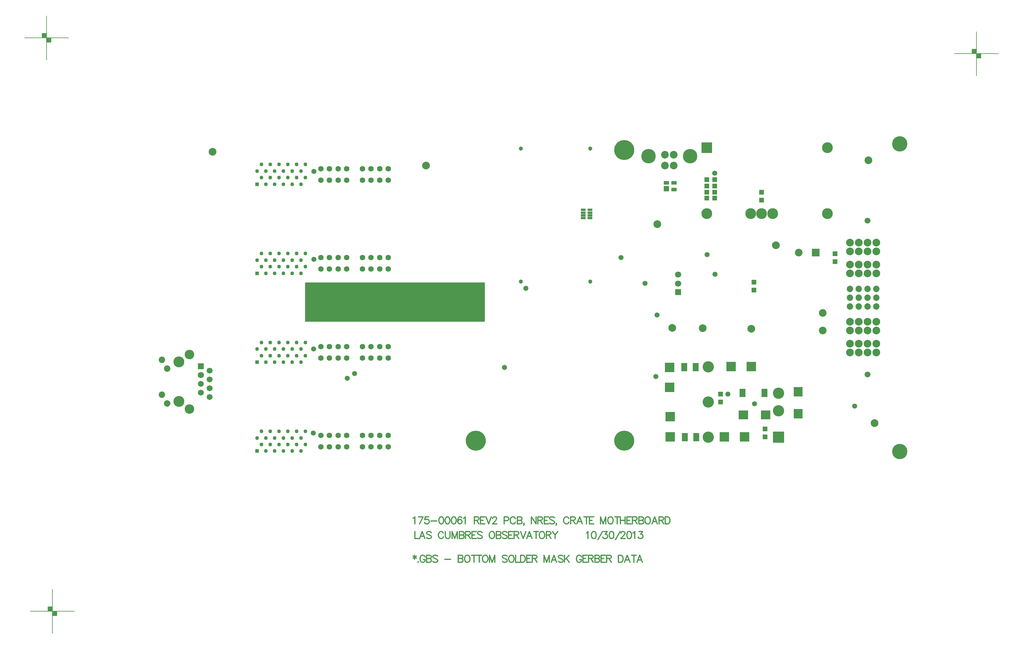
<source format=gbs>
%FSLAX23Y23*%
%MOIN*%
G70*
G01*
G75*
G04 Layer_Color=16711935*
%ADD10R,0.050X0.050*%
%ADD11R,0.100X0.100*%
%ADD12R,0.039X0.059*%
%ADD13O,0.079X0.024*%
%ADD14R,0.036X0.036*%
%ADD15O,0.014X0.067*%
%ADD16R,0.050X0.050*%
%ADD17R,0.025X0.100*%
%ADD18R,0.057X0.012*%
%ADD19R,0.025X0.185*%
%ADD20C,0.050*%
%ADD21C,0.025*%
%ADD22C,0.010*%
%ADD23C,0.006*%
%ADD24C,0.012*%
%ADD25C,0.008*%
%ADD26C,0.012*%
%ADD27C,0.012*%
%ADD28C,0.166*%
%ADD29C,0.080*%
%ADD30R,0.063X0.063*%
%ADD31C,0.063*%
%ADD32C,0.120*%
%ADD33R,0.120X0.120*%
%ADD34C,0.079*%
%ADD35R,0.079X0.079*%
%ADD36R,0.115X0.115*%
%ADD37C,0.115*%
%ADD38C,0.059*%
%ADD39C,0.065*%
%ADD40C,0.100*%
%ADD41C,0.116*%
%ADD42C,0.059*%
%ADD43R,0.059X0.059*%
%ADD44C,0.039*%
%ADD45C,0.220*%
%ADD46C,0.157*%
%ADD47C,0.070*%
%ADD48C,0.050*%
%ADD49C,0.020*%
%ADD50C,0.040*%
%ADD51C,0.206*%
%ADD52C,0.092*%
%ADD53C,0.079*%
%ADD54C,0.118*%
G04:AMPARAMS|DCode=55|XSize=138mil|YSize=138mil|CornerRadius=0mil|HoleSize=0mil|Usage=FLASHONLY|Rotation=0.000|XOffset=0mil|YOffset=0mil|HoleType=Round|Shape=Relief|Width=10mil|Gap=10mil|Entries=4|*
%AMTHD55*
7,0,0,0.138,0.118,0.010,45*
%
%ADD55THD55*%
G04:AMPARAMS|DCode=56|XSize=107.244mil|YSize=107.244mil|CornerRadius=0mil|HoleSize=0mil|Usage=FLASHONLY|Rotation=0.000|XOffset=0mil|YOffset=0mil|HoleType=Round|Shape=Relief|Width=10mil|Gap=10mil|Entries=4|*
%AMTHD56*
7,0,0,0.107,0.087,0.010,45*
%
%ADD56THD56*%
%ADD57C,0.087*%
%ADD58C,0.190*%
G04:AMPARAMS|DCode=59|XSize=112mil|YSize=112mil|CornerRadius=0mil|HoleSize=0mil|Usage=FLASHONLY|Rotation=0.000|XOffset=0mil|YOffset=0mil|HoleType=Round|Shape=Relief|Width=10mil|Gap=10mil|Entries=4|*
%AMTHD59*
7,0,0,0.112,0.092,0.010,45*
%
%ADD59THD59*%
G04:AMPARAMS|DCode=60|XSize=100mil|YSize=100mil|CornerRadius=0mil|HoleSize=0mil|Usage=FLASHONLY|Rotation=0.000|XOffset=0mil|YOffset=0mil|HoleType=Round|Shape=Relief|Width=10mil|Gap=10mil|Entries=4|*
%AMTHD60*
7,0,0,0.100,0.080,0.010,45*
%
%ADD60THD60*%
G04:AMPARAMS|DCode=61|XSize=123mil|YSize=123mil|CornerRadius=0mil|HoleSize=0mil|Usage=FLASHONLY|Rotation=0.000|XOffset=0mil|YOffset=0mil|HoleType=Round|Shape=Relief|Width=10mil|Gap=10mil|Entries=4|*
%AMTHD61*
7,0,0,0.123,0.103,0.010,45*
%
%ADD61THD61*%
%ADD62C,0.168*%
%ADD63C,0.075*%
%ADD64C,0.080*%
%ADD65C,0.076*%
G04:AMPARAMS|DCode=66|XSize=96.221mil|YSize=96.221mil|CornerRadius=0mil|HoleSize=0mil|Usage=FLASHONLY|Rotation=0.000|XOffset=0mil|YOffset=0mil|HoleType=Round|Shape=Relief|Width=10mil|Gap=10mil|Entries=4|*
%AMTHD66*
7,0,0,0.096,0.076,0.010,45*
%
%ADD66THD66*%
G04:AMPARAMS|DCode=67|XSize=150.551mil|YSize=150.551mil|CornerRadius=0mil|HoleSize=0mil|Usage=FLASHONLY|Rotation=0.000|XOffset=0mil|YOffset=0mil|HoleType=Round|Shape=Relief|Width=10mil|Gap=10mil|Entries=4|*
%AMTHD67*
7,0,0,0.151,0.131,0.010,45*
%
%ADD67THD67*%
G04:AMPARAMS|DCode=68|XSize=91mil|YSize=91mil|CornerRadius=0mil|HoleSize=0mil|Usage=FLASHONLY|Rotation=0.000|XOffset=0mil|YOffset=0mil|HoleType=Round|Shape=Relief|Width=10mil|Gap=10mil|Entries=4|*
%AMTHD68*
7,0,0,0.091,0.071,0.010,45*
%
%ADD68THD68*%
%ADD69C,0.071*%
%ADD70C,0.068*%
G04:AMPARAMS|DCode=71|XSize=70mil|YSize=70mil|CornerRadius=0mil|HoleSize=0mil|Usage=FLASHONLY|Rotation=0.000|XOffset=0mil|YOffset=0mil|HoleType=Round|Shape=Relief|Width=10mil|Gap=10mil|Entries=4|*
%AMTHD71*
7,0,0,0.070,0.050,0.010,45*
%
%ADD71THD71*%
G04:AMPARAMS|DCode=72|XSize=88mil|YSize=88mil|CornerRadius=0mil|HoleSize=0mil|Usage=FLASHONLY|Rotation=0.000|XOffset=0mil|YOffset=0mil|HoleType=Round|Shape=Relief|Width=10mil|Gap=10mil|Entries=4|*
%AMTHD72*
7,0,0,0.088,0.068,0.010,45*
%
%ADD72THD72*%
%ADD73C,0.020*%
%ADD74C,0.103*%
%ADD75C,0.131*%
%ADD76C,0.005*%
%ADD77R,0.060X0.086*%
%ADD78R,0.100X0.100*%
%ADD79R,0.102X0.094*%
%ADD80R,0.059X0.087*%
%ADD81R,0.094X0.102*%
%ADD82R,0.045X0.017*%
%ADD83R,0.053X0.053*%
%ADD84R,0.053X0.035*%
%ADD85C,0.010*%
%ADD86C,0.010*%
%ADD87C,0.024*%
%ADD88C,0.007*%
%ADD89C,0.008*%
%ADD90C,0.007*%
%ADD91C,0.015*%
%ADD92R,0.194X0.245*%
%ADD93R,0.058X0.058*%
%ADD94R,0.108X0.108*%
%ADD95R,0.047X0.067*%
%ADD96O,0.087X0.032*%
%ADD97R,0.044X0.044*%
%ADD98O,0.022X0.075*%
%ADD99R,0.058X0.058*%
%ADD100R,0.033X0.108*%
%ADD101R,0.061X0.016*%
%ADD102R,0.033X0.193*%
%ADD103C,0.174*%
%ADD104C,0.088*%
%ADD105R,0.071X0.071*%
%ADD106C,0.071*%
%ADD107C,0.128*%
%ADD108R,0.128X0.128*%
%ADD109C,0.087*%
%ADD110R,0.087X0.087*%
%ADD111R,0.123X0.123*%
%ADD112C,0.123*%
%ADD113C,0.067*%
%ADD114C,0.073*%
%ADD115C,0.108*%
%ADD116C,0.124*%
%ADD117C,0.067*%
%ADD118R,0.067X0.067*%
%ADD119C,0.047*%
%ADD120C,0.228*%
%ADD121C,0.165*%
%ADD122C,0.063*%
%ADD123C,0.043*%
%ADD124R,0.043X0.043*%
%ADD125C,0.058*%
%ADD126R,2.050X0.450*%
%ADD127R,0.068X0.094*%
%ADD128R,0.108X0.108*%
%ADD129R,0.110X0.102*%
%ADD130R,0.067X0.095*%
%ADD131R,0.102X0.110*%
%ADD132R,0.053X0.025*%
%ADD133R,0.061X0.061*%
%ADD134R,0.061X0.043*%
D24*
X13410Y9183D02*
Y9137D01*
X13391Y9172D02*
X13429Y9149D01*
Y9172D02*
X13391Y9149D01*
X13449Y9111D02*
X13445Y9107D01*
X13449Y9103D01*
X13453Y9107D01*
X13449Y9111D01*
X13528Y9164D02*
X13524Y9172D01*
X13516Y9179D01*
X13509Y9183D01*
X13493D01*
X13486Y9179D01*
X13478Y9172D01*
X13474Y9164D01*
X13471Y9153D01*
Y9133D01*
X13474Y9122D01*
X13478Y9114D01*
X13486Y9107D01*
X13493Y9103D01*
X13509D01*
X13516Y9107D01*
X13524Y9114D01*
X13528Y9122D01*
Y9133D01*
X13509D02*
X13528D01*
X13546Y9183D02*
Y9103D01*
Y9183D02*
X13580D01*
X13592Y9179D01*
X13596Y9175D01*
X13599Y9168D01*
Y9160D01*
X13596Y9153D01*
X13592Y9149D01*
X13580Y9145D01*
X13546D02*
X13580D01*
X13592Y9141D01*
X13596Y9137D01*
X13599Y9130D01*
Y9118D01*
X13596Y9111D01*
X13592Y9107D01*
X13580Y9103D01*
X13546D01*
X13671Y9172D02*
X13663Y9179D01*
X13652Y9183D01*
X13636D01*
X13625Y9179D01*
X13617Y9172D01*
Y9164D01*
X13621Y9156D01*
X13625Y9153D01*
X13632Y9149D01*
X13655Y9141D01*
X13663Y9137D01*
X13667Y9133D01*
X13671Y9126D01*
Y9114D01*
X13663Y9107D01*
X13652Y9103D01*
X13636D01*
X13625Y9107D01*
X13617Y9114D01*
X13751Y9137D02*
X13820D01*
X13906Y9183D02*
Y9103D01*
Y9183D02*
X13941D01*
X13952Y9179D01*
X13956Y9175D01*
X13960Y9168D01*
Y9160D01*
X13956Y9153D01*
X13952Y9149D01*
X13941Y9145D01*
X13906D02*
X13941D01*
X13952Y9141D01*
X13956Y9137D01*
X13960Y9130D01*
Y9118D01*
X13956Y9111D01*
X13952Y9107D01*
X13941Y9103D01*
X13906D01*
X14000Y9183D02*
X13993Y9179D01*
X13985Y9172D01*
X13981Y9164D01*
X13978Y9153D01*
Y9133D01*
X13981Y9122D01*
X13985Y9114D01*
X13993Y9107D01*
X14000Y9103D01*
X14016D01*
X14023Y9107D01*
X14031Y9114D01*
X14035Y9122D01*
X14038Y9133D01*
Y9153D01*
X14035Y9164D01*
X14031Y9172D01*
X14023Y9179D01*
X14016Y9183D01*
X14000D01*
X14084D02*
Y9103D01*
X14057Y9183D02*
X14110D01*
X14147D02*
Y9103D01*
X14120Y9183D02*
X14173D01*
X14206D02*
X14198Y9179D01*
X14190Y9172D01*
X14187Y9164D01*
X14183Y9153D01*
Y9133D01*
X14187Y9122D01*
X14190Y9114D01*
X14198Y9107D01*
X14206Y9103D01*
X14221D01*
X14229Y9107D01*
X14236Y9114D01*
X14240Y9122D01*
X14244Y9133D01*
Y9153D01*
X14240Y9164D01*
X14236Y9172D01*
X14229Y9179D01*
X14221Y9183D01*
X14206D01*
X14262D02*
Y9103D01*
Y9183D02*
X14293Y9103D01*
X14323Y9183D02*
X14293Y9103D01*
X14323Y9183D02*
Y9103D01*
X14462Y9172D02*
X14455Y9179D01*
X14443Y9183D01*
X14428D01*
X14417Y9179D01*
X14409Y9172D01*
Y9164D01*
X14413Y9156D01*
X14417Y9153D01*
X14424Y9149D01*
X14447Y9141D01*
X14455Y9137D01*
X14459Y9133D01*
X14462Y9126D01*
Y9114D01*
X14455Y9107D01*
X14443Y9103D01*
X14428D01*
X14417Y9107D01*
X14409Y9114D01*
X14503Y9183D02*
X14496Y9179D01*
X14488Y9172D01*
X14484Y9164D01*
X14480Y9153D01*
Y9133D01*
X14484Y9122D01*
X14488Y9114D01*
X14496Y9107D01*
X14503Y9103D01*
X14518D01*
X14526Y9107D01*
X14534Y9114D01*
X14537Y9122D01*
X14541Y9133D01*
Y9153D01*
X14537Y9164D01*
X14534Y9172D01*
X14526Y9179D01*
X14518Y9183D01*
X14503D01*
X14560D02*
Y9103D01*
X14606D01*
X14614Y9183D02*
Y9103D01*
Y9183D02*
X14641D01*
X14652Y9179D01*
X14660Y9172D01*
X14664Y9164D01*
X14668Y9153D01*
Y9133D01*
X14664Y9122D01*
X14660Y9114D01*
X14652Y9107D01*
X14641Y9103D01*
X14614D01*
X14735Y9183D02*
X14686D01*
Y9103D01*
X14735D01*
X14686Y9145D02*
X14716D01*
X14748Y9183D02*
Y9103D01*
Y9183D02*
X14783D01*
X14794Y9179D01*
X14798Y9175D01*
X14802Y9168D01*
Y9160D01*
X14798Y9153D01*
X14794Y9149D01*
X14783Y9145D01*
X14748D01*
X14775D02*
X14802Y9103D01*
X14882Y9183D02*
Y9103D01*
Y9183D02*
X14913Y9103D01*
X14943Y9183D02*
X14913Y9103D01*
X14943Y9183D02*
Y9103D01*
X15027D02*
X14997Y9183D01*
X14966Y9103D01*
X14978Y9130D02*
X15016D01*
X15099Y9172D02*
X15092Y9179D01*
X15080Y9183D01*
X15065D01*
X15054Y9179D01*
X15046Y9172D01*
Y9164D01*
X15050Y9156D01*
X15054Y9153D01*
X15061Y9149D01*
X15084Y9141D01*
X15092Y9137D01*
X15095Y9133D01*
X15099Y9126D01*
Y9114D01*
X15092Y9107D01*
X15080Y9103D01*
X15065D01*
X15054Y9107D01*
X15046Y9114D01*
X15117Y9183D02*
Y9103D01*
X15170Y9183D02*
X15117Y9130D01*
X15136Y9149D02*
X15170Y9103D01*
X15308Y9164D02*
X15304Y9172D01*
X15297Y9179D01*
X15289Y9183D01*
X15274D01*
X15266Y9179D01*
X15259Y9172D01*
X15255Y9164D01*
X15251Y9153D01*
Y9133D01*
X15255Y9122D01*
X15259Y9114D01*
X15266Y9107D01*
X15274Y9103D01*
X15289D01*
X15297Y9107D01*
X15304Y9114D01*
X15308Y9122D01*
Y9133D01*
X15289D02*
X15308D01*
X15376Y9183D02*
X15327D01*
Y9103D01*
X15376D01*
X15327Y9145D02*
X15357D01*
X15389Y9183D02*
Y9103D01*
Y9183D02*
X15424D01*
X15435Y9179D01*
X15439Y9175D01*
X15443Y9168D01*
Y9160D01*
X15439Y9153D01*
X15435Y9149D01*
X15424Y9145D01*
X15389D01*
X15416D02*
X15443Y9103D01*
X15461Y9183D02*
Y9103D01*
Y9183D02*
X15495D01*
X15506Y9179D01*
X15510Y9175D01*
X15514Y9168D01*
Y9160D01*
X15510Y9153D01*
X15506Y9149D01*
X15495Y9145D01*
X15461D02*
X15495D01*
X15506Y9141D01*
X15510Y9137D01*
X15514Y9130D01*
Y9118D01*
X15510Y9111D01*
X15506Y9107D01*
X15495Y9103D01*
X15461D01*
X15581Y9183D02*
X15532D01*
Y9103D01*
X15581D01*
X15532Y9145D02*
X15562D01*
X15595Y9183D02*
Y9103D01*
Y9183D02*
X15629D01*
X15640Y9179D01*
X15644Y9175D01*
X15648Y9168D01*
Y9160D01*
X15644Y9153D01*
X15640Y9149D01*
X15629Y9145D01*
X15595D01*
X15621D02*
X15648Y9103D01*
X15729Y9183D02*
Y9103D01*
Y9183D02*
X15755D01*
X15767Y9179D01*
X15774Y9172D01*
X15778Y9164D01*
X15782Y9153D01*
Y9133D01*
X15778Y9122D01*
X15774Y9114D01*
X15767Y9107D01*
X15755Y9103D01*
X15729D01*
X15861D02*
X15830Y9183D01*
X15800Y9103D01*
X15811Y9130D02*
X15850D01*
X15906Y9183D02*
Y9103D01*
X15880Y9183D02*
X15933D01*
X16003Y9103D02*
X15973Y9183D01*
X15942Y9103D01*
X15954Y9130D02*
X15992D01*
D25*
X9306Y8521D02*
X9316D01*
Y8516D02*
Y8526D01*
X9306D02*
X9316D01*
X9306Y8516D02*
Y8526D01*
Y8516D02*
X9316D01*
X9321D02*
Y8531D01*
X9301D02*
X9321D01*
X9301Y8511D02*
Y8531D01*
Y8511D02*
X9321D01*
X9326D02*
Y8536D01*
X9296D02*
X9326D01*
X9296Y8506D02*
Y8536D01*
Y8506D02*
X9326D01*
X9331Y8501D02*
Y8541D01*
X9291D02*
X9331D01*
X9291Y8501D02*
Y8541D01*
Y8501D02*
X9331D01*
X9256Y8571D02*
X9266D01*
Y8566D02*
Y8576D01*
X9256D02*
X9266D01*
X9256Y8566D02*
Y8576D01*
Y8566D02*
X9266D01*
X9271D02*
Y8581D01*
X9251D02*
X9271D01*
X9251Y8561D02*
Y8581D01*
Y8561D02*
X9271D01*
X9276D02*
Y8586D01*
X9246D02*
X9276D01*
X9246Y8556D02*
Y8586D01*
Y8556D02*
X9276D01*
X9281Y8551D02*
Y8591D01*
X9241D02*
X9281D01*
X9241Y8551D02*
Y8591D01*
Y8551D02*
X9281D01*
X9236Y8596D02*
X9286D01*
X9236Y8546D02*
Y8596D01*
X9286Y8496D02*
X9336D01*
Y8546D01*
X9286Y8296D02*
Y8796D01*
X9036Y8546D02*
X9536D01*
X9240Y15045D02*
X9250D01*
Y15040D02*
Y15050D01*
X9240D02*
X9250D01*
X9240Y15040D02*
Y15050D01*
Y15040D02*
X9250D01*
X9255D02*
Y15055D01*
X9235D02*
X9255D01*
X9235Y15035D02*
Y15055D01*
Y15035D02*
X9255D01*
X9260D02*
Y15060D01*
X9230D02*
X9260D01*
X9230Y15030D02*
Y15060D01*
Y15030D02*
X9260D01*
X9265Y15025D02*
Y15065D01*
X9225D02*
X9265D01*
X9225Y15025D02*
Y15065D01*
Y15025D02*
X9265D01*
X9190Y15095D02*
X9200D01*
Y15090D02*
Y15100D01*
X9190D02*
X9200D01*
X9190Y15090D02*
Y15100D01*
Y15090D02*
X9200D01*
X9205D02*
Y15105D01*
X9185D02*
X9205D01*
X9185Y15085D02*
Y15105D01*
Y15085D02*
X9205D01*
X9210D02*
Y15110D01*
X9180D02*
X9210D01*
X9180Y15080D02*
Y15110D01*
Y15080D02*
X9210D01*
X9215Y15075D02*
Y15115D01*
X9175D02*
X9215D01*
X9175Y15075D02*
Y15115D01*
Y15075D02*
X9215D01*
X9170Y15120D02*
X9220D01*
X9170Y15070D02*
Y15120D01*
X9220Y15020D02*
X9270D01*
Y15070D01*
X9220Y14820D02*
Y15320D01*
X8970Y15070D02*
X9470D01*
X19824Y14865D02*
X19834D01*
Y14860D02*
Y14870D01*
X19824D02*
X19834D01*
X19824Y14860D02*
Y14870D01*
Y14860D02*
X19834D01*
X19839D02*
Y14875D01*
X19819D02*
X19839D01*
X19819Y14855D02*
Y14875D01*
Y14855D02*
X19839D01*
X19844D02*
Y14880D01*
X19814D02*
X19844D01*
X19814Y14850D02*
Y14880D01*
Y14850D02*
X19844D01*
X19849Y14845D02*
Y14885D01*
X19809D02*
X19849D01*
X19809Y14845D02*
Y14885D01*
Y14845D02*
X19849D01*
X19774Y14915D02*
X19784D01*
Y14910D02*
Y14920D01*
X19774D02*
X19784D01*
X19774Y14910D02*
Y14920D01*
Y14910D02*
X19784D01*
X19789D02*
Y14925D01*
X19769D02*
X19789D01*
X19769Y14905D02*
Y14925D01*
Y14905D02*
X19789D01*
X19794D02*
Y14930D01*
X19764D02*
X19794D01*
X19764Y14900D02*
Y14930D01*
Y14900D02*
X19794D01*
X19799Y14895D02*
Y14935D01*
X19759D02*
X19799D01*
X19759Y14895D02*
Y14935D01*
Y14895D02*
X19799D01*
X19754Y14940D02*
X19804D01*
X19754Y14890D02*
Y14940D01*
X19804Y14840D02*
X19854D01*
Y14890D01*
X19804Y14640D02*
Y15140D01*
X19554Y14890D02*
X20054D01*
D26*
X13393Y9604D02*
X13401Y9608D01*
X13412Y9619D01*
Y9539D01*
X13505Y9619D02*
X13467Y9539D01*
X13452Y9619D02*
X13505D01*
X13568D02*
X13530D01*
X13527Y9585D01*
X13530Y9589D01*
X13542Y9593D01*
X13553D01*
X13565Y9589D01*
X13572Y9581D01*
X13576Y9570D01*
Y9562D01*
X13572Y9551D01*
X13565Y9543D01*
X13553Y9539D01*
X13542D01*
X13530Y9543D01*
X13527Y9547D01*
X13523Y9555D01*
X13594Y9574D02*
X13663D01*
X13709Y9619D02*
X13698Y9616D01*
X13690Y9604D01*
X13686Y9585D01*
Y9574D01*
X13690Y9555D01*
X13698Y9543D01*
X13709Y9539D01*
X13717D01*
X13728Y9543D01*
X13736Y9555D01*
X13739Y9574D01*
Y9585D01*
X13736Y9604D01*
X13728Y9616D01*
X13717Y9619D01*
X13709D01*
X13780D02*
X13769Y9616D01*
X13761Y9604D01*
X13757Y9585D01*
Y9574D01*
X13761Y9555D01*
X13769Y9543D01*
X13780Y9539D01*
X13788D01*
X13799Y9543D01*
X13807Y9555D01*
X13811Y9574D01*
Y9585D01*
X13807Y9604D01*
X13799Y9616D01*
X13788Y9619D01*
X13780D01*
X13851D02*
X13840Y9616D01*
X13832Y9604D01*
X13829Y9585D01*
Y9574D01*
X13832Y9555D01*
X13840Y9543D01*
X13851Y9539D01*
X13859D01*
X13871Y9543D01*
X13878Y9555D01*
X13882Y9574D01*
Y9585D01*
X13878Y9604D01*
X13871Y9616D01*
X13859Y9619D01*
X13851D01*
X13946Y9608D02*
X13942Y9616D01*
X13930Y9619D01*
X13923D01*
X13911Y9616D01*
X13904Y9604D01*
X13900Y9585D01*
Y9566D01*
X13904Y9551D01*
X13911Y9543D01*
X13923Y9539D01*
X13926D01*
X13938Y9543D01*
X13946Y9551D01*
X13949Y9562D01*
Y9566D01*
X13946Y9577D01*
X13938Y9585D01*
X13926Y9589D01*
X13923D01*
X13911Y9585D01*
X13904Y9577D01*
X13900Y9566D01*
X13967Y9604D02*
X13974Y9608D01*
X13986Y9619D01*
Y9539D01*
X14088Y9619D02*
Y9539D01*
Y9619D02*
X14123D01*
X14134Y9616D01*
X14138Y9612D01*
X14142Y9604D01*
Y9596D01*
X14138Y9589D01*
X14134Y9585D01*
X14123Y9581D01*
X14088D01*
X14115D02*
X14142Y9539D01*
X14209Y9619D02*
X14160D01*
Y9539D01*
X14209D01*
X14160Y9581D02*
X14190D01*
X14222Y9619D02*
X14253Y9539D01*
X14283Y9619D02*
X14253Y9539D01*
X14297Y9600D02*
Y9604D01*
X14301Y9612D01*
X14305Y9616D01*
X14313Y9619D01*
X14328D01*
X14336Y9616D01*
X14339Y9612D01*
X14343Y9604D01*
Y9596D01*
X14339Y9589D01*
X14332Y9577D01*
X14294Y9539D01*
X14347D01*
X14428Y9577D02*
X14462D01*
X14473Y9581D01*
X14477Y9585D01*
X14481Y9593D01*
Y9604D01*
X14477Y9612D01*
X14473Y9616D01*
X14462Y9619D01*
X14428D01*
Y9539D01*
X14556Y9600D02*
X14552Y9608D01*
X14545Y9616D01*
X14537Y9619D01*
X14522D01*
X14514Y9616D01*
X14507Y9608D01*
X14503Y9600D01*
X14499Y9589D01*
Y9570D01*
X14503Y9558D01*
X14507Y9551D01*
X14514Y9543D01*
X14522Y9539D01*
X14537D01*
X14545Y9543D01*
X14552Y9551D01*
X14556Y9558D01*
X14579Y9619D02*
Y9539D01*
Y9619D02*
X14613D01*
X14624Y9616D01*
X14628Y9612D01*
X14632Y9604D01*
Y9596D01*
X14628Y9589D01*
X14624Y9585D01*
X14613Y9581D01*
X14579D02*
X14613D01*
X14624Y9577D01*
X14628Y9574D01*
X14632Y9566D01*
Y9555D01*
X14628Y9547D01*
X14624Y9543D01*
X14613Y9539D01*
X14579D01*
X14657Y9543D02*
X14654Y9539D01*
X14650Y9543D01*
X14654Y9547D01*
X14657Y9543D01*
Y9536D01*
X14654Y9528D01*
X14650Y9524D01*
X14738Y9619D02*
Y9539D01*
Y9619D02*
X14791Y9539D01*
Y9619D02*
Y9539D01*
X14813Y9619D02*
Y9539D01*
Y9619D02*
X14847D01*
X14859Y9616D01*
X14863Y9612D01*
X14866Y9604D01*
Y9596D01*
X14863Y9589D01*
X14859Y9585D01*
X14847Y9581D01*
X14813D01*
X14840D02*
X14866Y9539D01*
X14934Y9619D02*
X14884D01*
Y9539D01*
X14934D01*
X14884Y9581D02*
X14915D01*
X15001Y9608D02*
X14993Y9616D01*
X14982Y9619D01*
X14966D01*
X14955Y9616D01*
X14947Y9608D01*
Y9600D01*
X14951Y9593D01*
X14955Y9589D01*
X14962Y9585D01*
X14985Y9577D01*
X14993Y9574D01*
X14997Y9570D01*
X15001Y9562D01*
Y9551D01*
X14993Y9543D01*
X14982Y9539D01*
X14966D01*
X14955Y9543D01*
X14947Y9551D01*
X15026Y9543D02*
X15022Y9539D01*
X15018Y9543D01*
X15022Y9547D01*
X15026Y9543D01*
Y9536D01*
X15022Y9528D01*
X15018Y9524D01*
X15164Y9600D02*
X15160Y9608D01*
X15152Y9616D01*
X15145Y9619D01*
X15129D01*
X15122Y9616D01*
X15114Y9608D01*
X15110Y9600D01*
X15106Y9589D01*
Y9570D01*
X15110Y9558D01*
X15114Y9551D01*
X15122Y9543D01*
X15129Y9539D01*
X15145D01*
X15152Y9543D01*
X15160Y9551D01*
X15164Y9558D01*
X15186Y9619D02*
Y9539D01*
Y9619D02*
X15220D01*
X15232Y9616D01*
X15236Y9612D01*
X15239Y9604D01*
Y9596D01*
X15236Y9589D01*
X15232Y9585D01*
X15220Y9581D01*
X15186D01*
X15213D02*
X15239Y9539D01*
X15318D02*
X15288Y9619D01*
X15257Y9539D01*
X15269Y9566D02*
X15307D01*
X15364Y9619D02*
Y9539D01*
X15337Y9619D02*
X15390D01*
X15449D02*
X15400D01*
Y9539D01*
X15449D01*
X15400Y9581D02*
X15430D01*
X15525Y9619D02*
Y9539D01*
Y9619D02*
X15556Y9539D01*
X15586Y9619D02*
X15556Y9539D01*
X15586Y9619D02*
Y9539D01*
X15632Y9619D02*
X15624Y9616D01*
X15617Y9608D01*
X15613Y9600D01*
X15609Y9589D01*
Y9570D01*
X15613Y9558D01*
X15617Y9551D01*
X15624Y9543D01*
X15632Y9539D01*
X15647D01*
X15655Y9543D01*
X15662Y9551D01*
X15666Y9558D01*
X15670Y9570D01*
Y9589D01*
X15666Y9600D01*
X15662Y9608D01*
X15655Y9616D01*
X15647Y9619D01*
X15632D01*
X15715D02*
Y9539D01*
X15689Y9619D02*
X15742D01*
X15752D02*
Y9539D01*
X15805Y9619D02*
Y9539D01*
X15752Y9581D02*
X15805D01*
X15877Y9619D02*
X15827D01*
Y9539D01*
X15877D01*
X15827Y9581D02*
X15858D01*
X15890Y9619D02*
Y9539D01*
Y9619D02*
X15924D01*
X15936Y9616D01*
X15939Y9612D01*
X15943Y9604D01*
Y9596D01*
X15939Y9589D01*
X15936Y9585D01*
X15924Y9581D01*
X15890D01*
X15917D02*
X15943Y9539D01*
X15961Y9619D02*
Y9539D01*
Y9619D02*
X15995D01*
X16007Y9616D01*
X16011Y9612D01*
X16014Y9604D01*
Y9596D01*
X16011Y9589D01*
X16007Y9585D01*
X15995Y9581D01*
X15961D02*
X15995D01*
X16007Y9577D01*
X16011Y9574D01*
X16014Y9566D01*
Y9555D01*
X16011Y9547D01*
X16007Y9543D01*
X15995Y9539D01*
X15961D01*
X16055Y9619D02*
X16048Y9616D01*
X16040Y9608D01*
X16036Y9600D01*
X16032Y9589D01*
Y9570D01*
X16036Y9558D01*
X16040Y9551D01*
X16048Y9543D01*
X16055Y9539D01*
X16070D01*
X16078Y9543D01*
X16086Y9551D01*
X16089Y9558D01*
X16093Y9570D01*
Y9589D01*
X16089Y9600D01*
X16086Y9608D01*
X16078Y9616D01*
X16070Y9619D01*
X16055D01*
X16173Y9539D02*
X16142Y9619D01*
X16112Y9539D01*
X16123Y9566D02*
X16161D01*
X16192Y9619D02*
Y9539D01*
Y9619D02*
X16226D01*
X16237Y9616D01*
X16241Y9612D01*
X16245Y9604D01*
Y9596D01*
X16241Y9589D01*
X16237Y9585D01*
X16226Y9581D01*
X16192D01*
X16218D02*
X16245Y9539D01*
X16263Y9619D02*
Y9539D01*
Y9619D02*
X16289D01*
X16301Y9616D01*
X16308Y9608D01*
X16312Y9600D01*
X16316Y9589D01*
Y9570D01*
X16312Y9558D01*
X16308Y9551D01*
X16301Y9543D01*
X16289Y9539D01*
X16263D01*
D27*
X13412Y9453D02*
Y9373D01*
X13458D01*
X13527D02*
X13497Y9453D01*
X13466Y9373D01*
X13478Y9399D02*
X13516D01*
X13599Y9441D02*
X13592Y9449D01*
X13580Y9453D01*
X13565D01*
X13554Y9449D01*
X13546Y9441D01*
Y9434D01*
X13550Y9426D01*
X13554Y9422D01*
X13561Y9418D01*
X13584Y9411D01*
X13592Y9407D01*
X13596Y9403D01*
X13599Y9395D01*
Y9384D01*
X13592Y9376D01*
X13580Y9373D01*
X13565D01*
X13554Y9376D01*
X13546Y9384D01*
X13737Y9434D02*
X13733Y9441D01*
X13726Y9449D01*
X13718Y9453D01*
X13703D01*
X13695Y9449D01*
X13688Y9441D01*
X13684Y9434D01*
X13680Y9422D01*
Y9403D01*
X13684Y9392D01*
X13688Y9384D01*
X13695Y9376D01*
X13703Y9373D01*
X13718D01*
X13726Y9376D01*
X13733Y9384D01*
X13737Y9392D01*
X13760Y9453D02*
Y9395D01*
X13764Y9384D01*
X13771Y9376D01*
X13783Y9373D01*
X13790D01*
X13802Y9376D01*
X13809Y9384D01*
X13813Y9395D01*
Y9453D01*
X13835D02*
Y9373D01*
Y9453D02*
X13866Y9373D01*
X13896Y9453D02*
X13866Y9373D01*
X13896Y9453D02*
Y9373D01*
X13919Y9453D02*
Y9373D01*
Y9453D02*
X13953D01*
X13965Y9449D01*
X13968Y9445D01*
X13972Y9437D01*
Y9430D01*
X13968Y9422D01*
X13965Y9418D01*
X13953Y9414D01*
X13919D02*
X13953D01*
X13965Y9411D01*
X13968Y9407D01*
X13972Y9399D01*
Y9388D01*
X13968Y9380D01*
X13965Y9376D01*
X13953Y9373D01*
X13919D01*
X13990Y9453D02*
Y9373D01*
Y9453D02*
X14024D01*
X14036Y9449D01*
X14040Y9445D01*
X14044Y9437D01*
Y9430D01*
X14040Y9422D01*
X14036Y9418D01*
X14024Y9414D01*
X13990D01*
X14017D02*
X14044Y9373D01*
X14111Y9453D02*
X14061D01*
Y9373D01*
X14111D01*
X14061Y9414D02*
X14092D01*
X14178Y9441D02*
X14170Y9449D01*
X14159Y9453D01*
X14143D01*
X14132Y9449D01*
X14124Y9441D01*
Y9434D01*
X14128Y9426D01*
X14132Y9422D01*
X14139Y9418D01*
X14162Y9411D01*
X14170Y9407D01*
X14174Y9403D01*
X14178Y9395D01*
Y9384D01*
X14170Y9376D01*
X14159Y9373D01*
X14143D01*
X14132Y9376D01*
X14124Y9384D01*
X14281Y9453D02*
X14274Y9449D01*
X14266Y9441D01*
X14262Y9434D01*
X14258Y9422D01*
Y9403D01*
X14262Y9392D01*
X14266Y9384D01*
X14274Y9376D01*
X14281Y9373D01*
X14296D01*
X14304Y9376D01*
X14312Y9384D01*
X14315Y9392D01*
X14319Y9403D01*
Y9422D01*
X14315Y9434D01*
X14312Y9441D01*
X14304Y9449D01*
X14296Y9453D01*
X14281D01*
X14338D02*
Y9373D01*
Y9453D02*
X14372D01*
X14384Y9449D01*
X14387Y9445D01*
X14391Y9437D01*
Y9430D01*
X14387Y9422D01*
X14384Y9418D01*
X14372Y9414D01*
X14338D02*
X14372D01*
X14384Y9411D01*
X14387Y9407D01*
X14391Y9399D01*
Y9388D01*
X14387Y9380D01*
X14384Y9376D01*
X14372Y9373D01*
X14338D01*
X14462Y9441D02*
X14455Y9449D01*
X14443Y9453D01*
X14428D01*
X14417Y9449D01*
X14409Y9441D01*
Y9434D01*
X14413Y9426D01*
X14417Y9422D01*
X14424Y9418D01*
X14447Y9411D01*
X14455Y9407D01*
X14459Y9403D01*
X14462Y9395D01*
Y9384D01*
X14455Y9376D01*
X14443Y9373D01*
X14428D01*
X14417Y9376D01*
X14409Y9384D01*
X14530Y9453D02*
X14480D01*
Y9373D01*
X14530D01*
X14480Y9414D02*
X14511D01*
X14543Y9453D02*
Y9373D01*
Y9453D02*
X14577D01*
X14589Y9449D01*
X14593Y9445D01*
X14597Y9437D01*
Y9430D01*
X14593Y9422D01*
X14589Y9418D01*
X14577Y9414D01*
X14543D01*
X14570D02*
X14597Y9373D01*
X14614Y9453D02*
X14645Y9373D01*
X14675Y9453D02*
X14645Y9373D01*
X14747D02*
X14716Y9453D01*
X14686Y9373D01*
X14697Y9399D02*
X14735D01*
X14792Y9453D02*
Y9373D01*
X14765Y9453D02*
X14819D01*
X14851D02*
X14843Y9449D01*
X14836Y9441D01*
X14832Y9434D01*
X14828Y9422D01*
Y9403D01*
X14832Y9392D01*
X14836Y9384D01*
X14843Y9376D01*
X14851Y9373D01*
X14866D01*
X14874Y9376D01*
X14881Y9384D01*
X14885Y9392D01*
X14889Y9403D01*
Y9422D01*
X14885Y9434D01*
X14881Y9441D01*
X14874Y9449D01*
X14866Y9453D01*
X14851D01*
X14908D02*
Y9373D01*
Y9453D02*
X14942D01*
X14953Y9449D01*
X14957Y9445D01*
X14961Y9437D01*
Y9430D01*
X14957Y9422D01*
X14953Y9418D01*
X14942Y9414D01*
X14908D01*
X14934D02*
X14961Y9373D01*
X14979Y9453D02*
X15009Y9414D01*
Y9373D01*
X15040Y9453D02*
X15009Y9414D01*
X15364Y9437D02*
X15372Y9441D01*
X15383Y9453D01*
Y9373D01*
X15446Y9453D02*
X15434Y9449D01*
X15427Y9437D01*
X15423Y9418D01*
Y9407D01*
X15427Y9388D01*
X15434Y9376D01*
X15446Y9373D01*
X15453D01*
X15465Y9376D01*
X15473Y9388D01*
X15476Y9407D01*
Y9418D01*
X15473Y9437D01*
X15465Y9449D01*
X15453Y9453D01*
X15446D01*
X15494Y9361D02*
X15548Y9453D01*
X15561D02*
X15602D01*
X15580Y9422D01*
X15591D01*
X15599Y9418D01*
X15602Y9414D01*
X15606Y9403D01*
Y9395D01*
X15602Y9384D01*
X15595Y9376D01*
X15583Y9373D01*
X15572D01*
X15561Y9376D01*
X15557Y9380D01*
X15553Y9388D01*
X15647Y9453D02*
X15636Y9449D01*
X15628Y9437D01*
X15624Y9418D01*
Y9407D01*
X15628Y9388D01*
X15636Y9376D01*
X15647Y9373D01*
X15655D01*
X15666Y9376D01*
X15674Y9388D01*
X15677Y9407D01*
Y9418D01*
X15674Y9437D01*
X15666Y9449D01*
X15655Y9453D01*
X15647D01*
X15695Y9361D02*
X15749Y9453D01*
X15758Y9434D02*
Y9437D01*
X15762Y9445D01*
X15765Y9449D01*
X15773Y9453D01*
X15788D01*
X15796Y9449D01*
X15800Y9445D01*
X15804Y9437D01*
Y9430D01*
X15800Y9422D01*
X15792Y9411D01*
X15754Y9373D01*
X15807D01*
X15848Y9453D02*
X15837Y9449D01*
X15829Y9437D01*
X15825Y9418D01*
Y9407D01*
X15829Y9388D01*
X15837Y9376D01*
X15848Y9373D01*
X15856D01*
X15867Y9376D01*
X15875Y9388D01*
X15879Y9407D01*
Y9418D01*
X15875Y9437D01*
X15867Y9449D01*
X15856Y9453D01*
X15848D01*
X15896Y9437D02*
X15904Y9441D01*
X15915Y9453D01*
Y9373D01*
X15963Y9453D02*
X16005D01*
X15982Y9422D01*
X15993D01*
X16001Y9418D01*
X16005Y9414D01*
X16008Y9403D01*
Y9395D01*
X16005Y9384D01*
X15997Y9376D01*
X15986Y9373D01*
X15974D01*
X15963Y9376D01*
X15959Y9380D01*
X15955Y9388D01*
D93*
X16734Y13455D02*
D03*
X16824D02*
D03*
X16734Y13384D02*
D03*
X16824D02*
D03*
X16734Y13312D02*
D03*
X16824D02*
D03*
X16734Y13245D02*
D03*
X16824D02*
D03*
D94*
X16319Y10528D02*
D03*
Y10759D02*
D03*
X16313Y11092D02*
D03*
Y11321D02*
D03*
D99*
X17272Y12290D02*
D03*
Y12200D02*
D03*
X17360Y13222D02*
D03*
Y13312D02*
D03*
X16893Y10925D02*
D03*
Y11016D02*
D03*
X17398Y10530D02*
D03*
Y10620D02*
D03*
X18195Y12613D02*
D03*
Y12523D02*
D03*
D103*
X18933Y13864D02*
D03*
Y10364D02*
D03*
D104*
X13540Y13617D02*
D03*
X18647Y10687D02*
D03*
X18574Y13677D02*
D03*
X11110Y13774D02*
D03*
X16171Y12951D02*
D03*
X16341Y11771D02*
D03*
X16690Y11767D02*
D03*
X17521Y12710D02*
D03*
X17242Y11760D02*
D03*
X18666Y12739D02*
D03*
X18566D02*
D03*
X18466D02*
D03*
X18366D02*
D03*
Y12639D02*
D03*
X18466D02*
D03*
X18566D02*
D03*
X18666D02*
D03*
X18366Y12489D02*
D03*
X18466D02*
D03*
X18566D02*
D03*
X18666D02*
D03*
X18366Y12389D02*
D03*
X18466D02*
D03*
X18566D02*
D03*
X18666D02*
D03*
Y11489D02*
D03*
X18566D02*
D03*
X18466D02*
D03*
X18366D02*
D03*
X18666Y11589D02*
D03*
X18566D02*
D03*
X18466D02*
D03*
X18366D02*
D03*
X18666Y11739D02*
D03*
X18566D02*
D03*
X18466D02*
D03*
X18366D02*
D03*
Y11839D02*
D03*
X18466D02*
D03*
X18566D02*
D03*
X18666D02*
D03*
D105*
X16409Y12175D02*
D03*
D106*
Y12274D02*
D03*
Y12375D02*
D03*
X10976Y11232D02*
D03*
D107*
X16751Y10526D02*
D03*
Y10926D02*
D03*
Y11326D02*
D03*
X17551Y11026D02*
D03*
Y10826D02*
D03*
D108*
Y10526D02*
D03*
D109*
X17781Y12627D02*
D03*
X18056Y11938D02*
D03*
Y11738D02*
D03*
X16259Y13615D02*
D03*
X16358D02*
D03*
Y13741D02*
D03*
X16259D02*
D03*
D110*
X17977Y12627D02*
D03*
D111*
X16734Y13820D02*
D03*
D112*
Y13070D02*
D03*
X17234D02*
D03*
X17359D02*
D03*
X17484D02*
D03*
X18109D02*
D03*
Y13820D02*
D03*
D113*
X18566Y11239D02*
D03*
Y12989D02*
D03*
D114*
X18666Y12014D02*
D03*
X18566D02*
D03*
X18466D02*
D03*
X18366D02*
D03*
X18666Y12114D02*
D03*
X18566D02*
D03*
X18466D02*
D03*
X18366D02*
D03*
X18666Y12214D02*
D03*
X18566D02*
D03*
X18466D02*
D03*
X18366D02*
D03*
X10593Y10908D02*
D03*
X10533Y11008D02*
D03*
X10593Y11306D02*
D03*
X10533Y11406D02*
D03*
D115*
X10846Y10847D02*
D03*
Y11467D02*
D03*
D116*
X10726Y10932D02*
D03*
Y11382D02*
D03*
D117*
X10976Y11132D02*
D03*
X11076Y11182D02*
D03*
Y11082D02*
D03*
X10976Y11032D02*
D03*
X11076Y11282D02*
D03*
Y10982D02*
D03*
D118*
X10976Y11332D02*
D03*
D119*
X14619Y12295D02*
D03*
Y13809D02*
D03*
X15409Y12295D02*
D03*
Y13809D02*
D03*
D120*
X14104Y10485D02*
D03*
X15797D02*
D03*
Y13792D02*
D03*
D121*
X16545Y13722D02*
D03*
X16071D02*
D03*
D122*
X13109Y13581D02*
D03*
X13011D02*
D03*
X12913D02*
D03*
X12814D02*
D03*
X13109Y13450D02*
D03*
X13011D02*
D03*
X12913D02*
D03*
X12814D02*
D03*
X12637Y13581D02*
D03*
X12539D02*
D03*
X12440D02*
D03*
X12342D02*
D03*
X12637Y13450D02*
D03*
X12539D02*
D03*
X12440D02*
D03*
X12342D02*
D03*
Y12438D02*
D03*
X12440D02*
D03*
X12539D02*
D03*
X12637D02*
D03*
X12342Y12569D02*
D03*
X12440D02*
D03*
X12539D02*
D03*
X12637D02*
D03*
X12814Y12438D02*
D03*
X12913D02*
D03*
X13011D02*
D03*
X13109D02*
D03*
X12814Y12569D02*
D03*
X12913D02*
D03*
X13011D02*
D03*
X13109D02*
D03*
Y11557D02*
D03*
X13011D02*
D03*
X12913D02*
D03*
X12814D02*
D03*
X13109Y11426D02*
D03*
X13011D02*
D03*
X12913D02*
D03*
X12814D02*
D03*
X12637Y11557D02*
D03*
X12539D02*
D03*
X12440D02*
D03*
X12342D02*
D03*
X12637Y11426D02*
D03*
X12539D02*
D03*
X12440D02*
D03*
X12342D02*
D03*
Y10415D02*
D03*
X12440D02*
D03*
X12539D02*
D03*
X12637D02*
D03*
X12342Y10546D02*
D03*
X12440D02*
D03*
X12539D02*
D03*
X12637D02*
D03*
X12814Y10415D02*
D03*
X12913D02*
D03*
X13011D02*
D03*
X13109D02*
D03*
X12814Y10546D02*
D03*
X12913D02*
D03*
X13011D02*
D03*
X13109D02*
D03*
D123*
X12164Y13628D02*
D03*
X12114Y13553D02*
D03*
X12064Y13628D02*
D03*
X12014Y13553D02*
D03*
X11964Y13628D02*
D03*
X11914Y13553D02*
D03*
X11864Y13628D02*
D03*
X11814Y13553D02*
D03*
X11764Y13628D02*
D03*
X11714Y13553D02*
D03*
X11664Y13628D02*
D03*
X11614Y13553D02*
D03*
X12164Y13478D02*
D03*
X12114Y13403D02*
D03*
X12064Y13478D02*
D03*
X12014Y13403D02*
D03*
X11964Y13478D02*
D03*
X11914Y13403D02*
D03*
X11864Y13478D02*
D03*
X11814Y13403D02*
D03*
X11764Y13478D02*
D03*
X11714Y13403D02*
D03*
X11664Y13478D02*
D03*
Y12466D02*
D03*
X11714Y12391D02*
D03*
X11764Y12466D02*
D03*
X11814Y12391D02*
D03*
X11864Y12466D02*
D03*
X11914Y12391D02*
D03*
X11964Y12466D02*
D03*
X12014Y12391D02*
D03*
X12064Y12466D02*
D03*
X12114Y12391D02*
D03*
X12164Y12466D02*
D03*
X11614Y12541D02*
D03*
X11664Y12616D02*
D03*
X11714Y12541D02*
D03*
X11764Y12616D02*
D03*
X11814Y12541D02*
D03*
X11864Y12616D02*
D03*
X11914Y12541D02*
D03*
X11964Y12616D02*
D03*
X12014Y12541D02*
D03*
X12064Y12616D02*
D03*
X12114Y12541D02*
D03*
X12164Y12616D02*
D03*
Y11604D02*
D03*
X12114Y11529D02*
D03*
X12064Y11604D02*
D03*
X12014Y11529D02*
D03*
X11964Y11604D02*
D03*
X11914Y11529D02*
D03*
X11864Y11604D02*
D03*
X11814Y11529D02*
D03*
X11764Y11604D02*
D03*
X11714Y11529D02*
D03*
X11664Y11604D02*
D03*
X11614Y11529D02*
D03*
X12164Y11454D02*
D03*
X12114Y11379D02*
D03*
X12064Y11454D02*
D03*
X12014Y11379D02*
D03*
X11964Y11454D02*
D03*
X11914Y11379D02*
D03*
X11864Y11454D02*
D03*
X11814Y11379D02*
D03*
X11764Y11454D02*
D03*
X11714Y11379D02*
D03*
X11664Y11454D02*
D03*
Y10443D02*
D03*
X11714Y10368D02*
D03*
X11764Y10443D02*
D03*
X11814Y10368D02*
D03*
X11864Y10443D02*
D03*
X11914Y10368D02*
D03*
X11964Y10443D02*
D03*
X12014Y10368D02*
D03*
X12064Y10443D02*
D03*
X12114Y10368D02*
D03*
X12164Y10443D02*
D03*
X11614Y10517D02*
D03*
X11664Y10592D02*
D03*
X11714Y10517D02*
D03*
X11764Y10592D02*
D03*
X11814Y10517D02*
D03*
X11864Y10592D02*
D03*
X11914Y10517D02*
D03*
X11964Y10592D02*
D03*
X12014Y10517D02*
D03*
X12064Y10592D02*
D03*
X12114Y10517D02*
D03*
X12164Y10592D02*
D03*
D124*
X11614Y13403D02*
D03*
Y12391D02*
D03*
Y11379D02*
D03*
Y10368D02*
D03*
D125*
X12642Y11197D02*
D03*
X16155Y11215D02*
D03*
X12258Y11531D02*
D03*
X12261Y12551D02*
D03*
Y13550D02*
D03*
X12257Y10573D02*
D03*
X14431Y11320D02*
D03*
X12727Y11250D02*
D03*
X16828Y12380D02*
D03*
X16824Y13531D02*
D03*
X16738Y12604D02*
D03*
X16033Y12277D02*
D03*
X16170Y11917D02*
D03*
X16975Y11016D02*
D03*
X17279Y10906D02*
D03*
X15760Y12568D02*
D03*
X14675Y12219D02*
D03*
X18418Y10878D02*
D03*
D126*
X13185Y12064D02*
D03*
D127*
X16616Y10526D02*
D03*
X16486D02*
D03*
X16608Y11323D02*
D03*
X16478D02*
D03*
D128*
X16935Y10531D02*
D03*
X17165D02*
D03*
X17241Y11328D02*
D03*
X17011D02*
D03*
D129*
X17405Y10781D02*
D03*
X17153D02*
D03*
D130*
X17141Y11028D02*
D03*
X17393D02*
D03*
D131*
X17776Y10792D02*
D03*
Y11043D02*
D03*
D132*
X15329Y13018D02*
D03*
Y13050D02*
D03*
Y13081D02*
D03*
Y13112D02*
D03*
X15405D02*
D03*
Y13081D02*
D03*
Y13050D02*
D03*
Y13018D02*
D03*
D133*
X16274Y13352D02*
D03*
D134*
X16361Y13344D02*
D03*
Y13419D02*
D03*
X16274D02*
D03*
M02*

</source>
